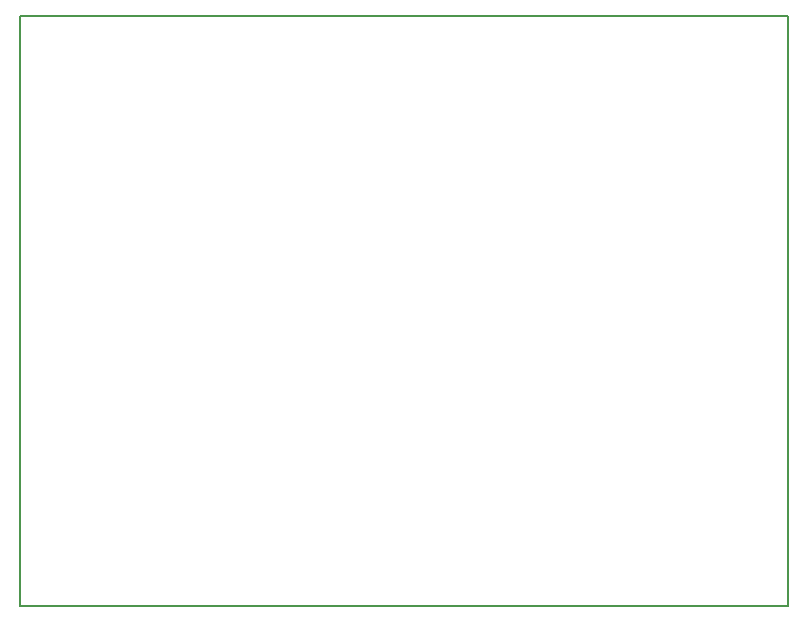
<source format=gbr>
G04 #@! TF.FileFunction,Profile,NP*
%FSLAX46Y46*%
G04 Gerber Fmt 4.6, Leading zero omitted, Abs format (unit mm)*
G04 Created by KiCad (PCBNEW 4.0.7) date 08/30/18 18:17:14*
%MOMM*%
%LPD*%
G01*
G04 APERTURE LIST*
%ADD10C,0.100000*%
%ADD11C,0.150000*%
G04 APERTURE END LIST*
D10*
D11*
X105000000Y-50000000D02*
X105000000Y-100000000D01*
X170000000Y-50000000D02*
X105000000Y-50000000D01*
X170000000Y-100000000D02*
X170000000Y-50000000D01*
X105000000Y-100000000D02*
X170000000Y-100000000D01*
M02*

</source>
